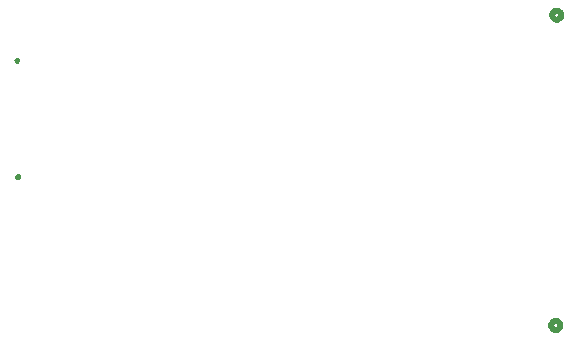
<source format=gbr>
%FSTAX23Y23*%
%MOIN*%
%SFA1B1*%

%IPPOS*%
%ADD43C,0.020000*%
%ADD44C,0.010000*%
%LNesp32_legend_bot-1*%
%LPD*%
G54D43*
X02676Y01096D02*
D01*
X02676Y01097*
X02676Y01098*
X02675Y01099*
X02675Y011*
X02675Y01101*
X02675Y01102*
X02674Y01103*
X02674Y01104*
X02673Y01105*
X02672Y01106*
X02672Y01106*
X02671Y01107*
X0267Y01108*
X02669Y01108*
X02668Y01109*
X02667Y01109*
X02666Y0111*
X02665Y0111*
X02664Y01111*
X02663Y01111*
X02662Y01111*
X02661Y01111*
X0266*
X02659Y01111*
X02658Y01111*
X02657Y01111*
X02656Y0111*
X02655Y0111*
X02654Y01109*
X02653Y01109*
X02652Y01108*
X02652Y01108*
X02651Y01107*
X0265Y01106*
X02649Y01106*
X02649Y01105*
X02648Y01104*
X02648Y01103*
X02647Y01102*
X02647Y01101*
X02646Y011*
X02646Y01099*
X02646Y01098*
X02646Y01097*
X02646Y01096*
D01*
X02646Y01095*
X02646Y01094*
X02646Y01093*
X02646Y01092*
X02647Y01091*
X02647Y0109*
X02648Y01089*
X02648Y01088*
X02649Y01087*
X02649Y01086*
X0265Y01086*
X02651Y01085*
X02652Y01084*
X02652Y01084*
X02653Y01083*
X02654Y01082*
X02655Y01082*
X02656Y01082*
X02657Y01081*
X02658Y01081*
X02659Y01081*
X0266Y01081*
X02661*
X02662Y01081*
X02663Y01081*
X02664Y01081*
X02665Y01082*
X02666Y01082*
X02667Y01082*
X02668Y01083*
X02669Y01084*
X0267Y01084*
X02671Y01085*
X02672Y01086*
X02672Y01086*
X02673Y01087*
X02674Y01088*
X02674Y01089*
X02675Y0109*
X02675Y01091*
X02675Y01092*
X02675Y01093*
X02676Y01094*
X02676Y01095*
X02676Y01096*
X02673Y00062D02*
D01*
X02673Y00063*
X02673Y00064*
X02672Y00065*
X02672Y00066*
X02672Y00067*
X02671Y00068*
X02671Y00069*
X0267Y00069*
X0267Y0007*
X02669Y00071*
X02668Y00072*
X02668Y00073*
X02667Y00073*
X02666Y00074*
X02665Y00074*
X02664Y00075*
X02663Y00075*
X02662Y00076*
X02661Y00076*
X0266Y00076*
X02659Y00076*
X02658Y00076*
X02657*
X02656Y00076*
X02655Y00076*
X02654Y00076*
X02653Y00076*
X02652Y00075*
X02651Y00075*
X0265Y00074*
X02649Y00074*
X02648Y00073*
X02648Y00073*
X02647Y00072*
X02646Y00071*
X02646Y0007*
X02645Y00069*
X02644Y00069*
X02644Y00068*
X02644Y00067*
X02643Y00066*
X02643Y00065*
X02643Y00064*
X02643Y00063*
X02643Y00062*
D01*
X02643Y0006*
X02643Y00059*
X02643Y00058*
X02643Y00057*
X02644Y00056*
X02644Y00055*
X02644Y00054*
X02645Y00054*
X02646Y00053*
X02646Y00052*
X02647Y00051*
X02648Y0005*
X02648Y0005*
X02649Y00049*
X0265Y00049*
X02651Y00048*
X02652Y00048*
X02653Y00047*
X02654Y00047*
X02655Y00047*
X02656Y00047*
X02657Y00047*
X02658*
X02659Y00047*
X0266Y00047*
X02661Y00047*
X02662Y00047*
X02663Y00048*
X02664Y00048*
X02665Y00049*
X02666Y00049*
X02667Y0005*
X02668Y0005*
X02668Y00051*
X02669Y00052*
X0267Y00053*
X0267Y00054*
X02671Y00054*
X02671Y00055*
X02672Y00056*
X02672Y00057*
X02672Y00058*
X02673Y00059*
X02673Y0006*
X02673Y00062*
G54D44*
X00864Y00552D02*
D01*
X00865Y00552*
X00865Y00552*
X00865Y00552*
X00866Y00552*
X00866Y00552*
X00866Y00553*
X00867Y00553*
X00867Y00553*
X00867Y00553*
X00867Y00553*
X00868Y00554*
X00868Y00554*
X00868Y00554*
X00868Y00554*
X00869Y00555*
X00869Y00555*
X00869Y00555*
X00869Y00556*
X00869Y00556*
X00869Y00556*
X00869Y00557*
X00869Y00557*
Y00557*
X00869Y00558*
X00869Y00558*
X00869Y00558*
X00869Y00559*
X00869Y00559*
X00869Y00559*
X00869Y0056*
X00868Y0056*
X00868Y0056*
X00868Y0056*
X00868Y00561*
X00867Y00561*
X00867Y00561*
X00867Y00561*
X00867Y00562*
X00866Y00562*
X00866Y00562*
X00866Y00562*
X00865Y00562*
X00865Y00562*
X00865Y00562*
X00864Y00562*
D01*
X00864Y00562*
X00864Y00562*
X00863Y00562*
X00863Y00562*
X00863Y00562*
X00862Y00562*
X00862Y00562*
X00862Y00561*
X00861Y00561*
X00861Y00561*
X00861Y00561*
X00861Y0056*
X0086Y0056*
X0086Y0056*
X0086Y0056*
X0086Y00559*
X0086Y00559*
X00859Y00559*
X00859Y00558*
X00859Y00558*
X00859Y00558*
X00859Y00557*
Y00557*
X00859Y00557*
X00859Y00556*
X00859Y00556*
X00859Y00556*
X0086Y00555*
X0086Y00555*
X0086Y00555*
X0086Y00554*
X0086Y00554*
X00861Y00554*
X00861Y00554*
X00861Y00553*
X00861Y00553*
X00862Y00553*
X00862Y00553*
X00862Y00553*
X00863Y00552*
X00863Y00552*
X00863Y00552*
X00864Y00552*
X00864Y00552*
X00864Y00552*
X00861Y00951D02*
D01*
X00861Y00951*
X00861Y00951*
X0086Y00951*
X0086Y00951*
X0086Y00951*
X00859Y0095*
X00859Y0095*
X00859Y0095*
X00858Y0095*
X00858Y0095*
X00858Y0095*
X00858Y00949*
X00857Y00949*
X00857Y00949*
X00857Y00948*
X00857Y00948*
X00857Y00948*
X00857Y00947*
X00856Y00947*
X00856Y00947*
X00856Y00946*
X00856Y00946*
Y00946*
X00856Y00945*
X00856Y00945*
X00856Y00945*
X00857Y00944*
X00857Y00944*
X00857Y00944*
X00857Y00943*
X00857Y00943*
X00857Y00943*
X00858Y00943*
X00858Y00942*
X00858Y00942*
X00858Y00942*
X00859Y00942*
X00859Y00942*
X00859Y00941*
X0086Y00941*
X0086Y00941*
X0086Y00941*
X00861Y00941*
X00861Y00941*
X00861Y00941*
D01*
X00862Y00941*
X00862Y00941*
X00862Y00941*
X00863Y00941*
X00863Y00941*
X00863Y00941*
X00864Y00942*
X00864Y00942*
X00864Y00942*
X00864Y00942*
X00865Y00942*
X00865Y00943*
X00865Y00943*
X00865Y00943*
X00866Y00943*
X00866Y00944*
X00866Y00944*
X00866Y00944*
X00866Y00945*
X00866Y00945*
X00866Y00945*
X00866Y00946*
Y00946*
X00866Y00946*
X00866Y00947*
X00866Y00947*
X00866Y00947*
X00866Y00948*
X00866Y00948*
X00866Y00948*
X00865Y00949*
X00865Y00949*
X00865Y00949*
X00865Y0095*
X00864Y0095*
X00864Y0095*
X00864Y0095*
X00864Y0095*
X00863Y0095*
X00863Y00951*
X00863Y00951*
X00862Y00951*
X00862Y00951*
X00862Y00951*
X00861Y00951*
M02*
</source>
